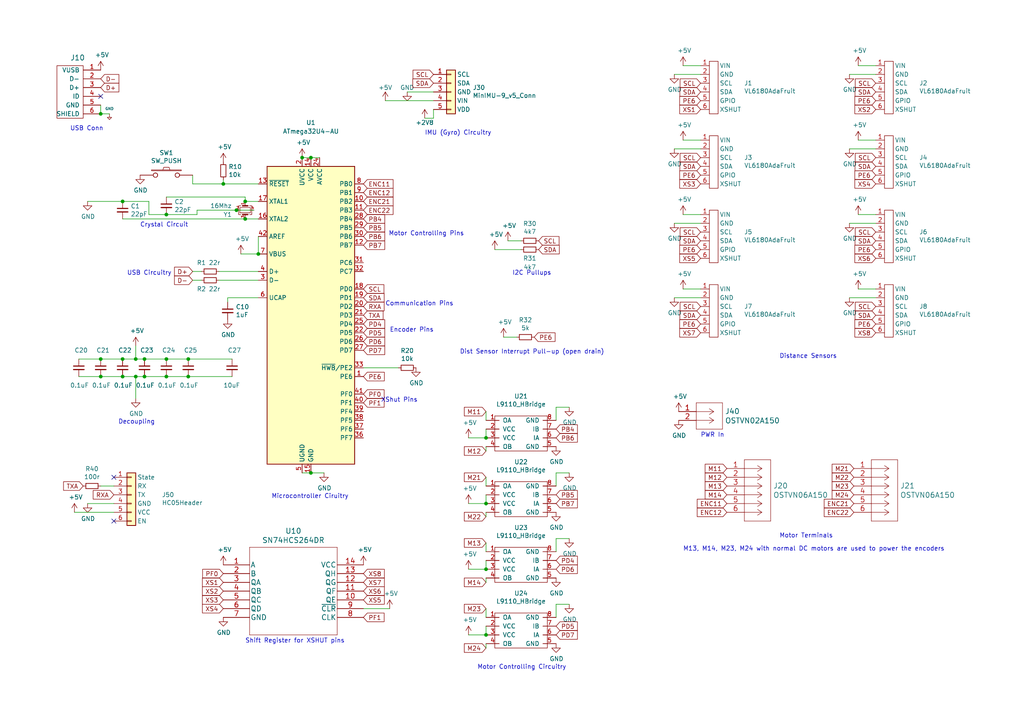
<source format=kicad_sch>
(kicad_sch (version 20211123) (generator eeschema)
  (paper "A4")
  (lib_symbols
    (symbol "Birty-rescue:ATmega32U4-AU-MCU_Microchip_ATmega"
      (property "Reference" "U" (at -12.7 44.45 0))
      (property "Value" "ATmega32U4-AU-MCU_Microchip_ATmega" (at 2.54 -44.45 0))
      (symbol "ATmega32U4-AU-MCU_Microchip_ATmega_1_1"
        (pin tri_state line (at 15.24 -17.78 180) (length 2.54) (name "PE6") (number "1"))
        (pin tri_state line (at 15.24 33.02 180) (length 2.54) (name "PB2") (number "10"))
        (pin tri_state line (at 15.24 30.48 180) (length 2.54) (name "PB3") (number "11"))
        (pin tri_state line (at 15.24 20.32 180) (length 2.54) (name "PB7") (number "12"))
        (pin input line (at -15.24 38.1 0) (length 2.54) (name "~{RESET}") (number "13"))
        (pin power_in line (at 0 45.72 270) (length 2.54) (name "VCC") (number "14"))
        (pin power_in line (at 0 -45.72 90) (length 2.54) (name "GND") (number "15"))
        (pin output line (at -15.24 27.94 0) (length 2.54) (name "XTAL2") (number "16"))
        (pin input line (at -15.24 33.02 0) (length 2.54) (name "XTAL1") (number "17"))
        (pin tri_state line (at 15.24 7.62 180) (length 2.54) (name "PD0") (number "18"))
        (pin tri_state line (at 15.24 5.08 180) (length 2.54) (name "PD1") (number "19"))
        (pin power_in line (at -2.54 45.72 270) (length 2.54) (name "UVCC") (number "2"))
        (pin tri_state line (at 15.24 2.54 180) (length 2.54) (name "PD2") (number "20"))
        (pin tri_state line (at 15.24 0 180) (length 2.54) (name "PD3") (number "21"))
        (pin tri_state line (at 15.24 -5.08 180) (length 2.54) (name "PD5") (number "22"))
        (pin passive line (at 0 -45.72 90) (length 2.54) hide (name "GND") (number "23"))
        (pin power_in line (at 2.54 45.72 270) (length 2.54) (name "AVCC") (number "24"))
        (pin tri_state line (at 15.24 -2.54 180) (length 2.54) (name "PD4") (number "25"))
        (pin tri_state line (at 15.24 -7.62 180) (length 2.54) (name "PD6") (number "26"))
        (pin tri_state line (at 15.24 -10.16 180) (length 2.54) (name "PD7") (number "27"))
        (pin tri_state line (at 15.24 27.94 180) (length 2.54) (name "PB4") (number "28"))
        (pin tri_state line (at 15.24 25.4 180) (length 2.54) (name "PB5") (number "29"))
        (pin bidirectional line (at -15.24 10.16 0) (length 2.54) (name "D-") (number "3"))
        (pin tri_state line (at 15.24 22.86 180) (length 2.54) (name "PB6") (number "30"))
        (pin tri_state line (at 15.24 15.24 180) (length 2.54) (name "PC6") (number "31"))
        (pin tri_state line (at 15.24 12.7 180) (length 2.54) (name "PC7") (number "32"))
        (pin tri_state line (at 15.24 -15.24 180) (length 2.54) (name "~{HWB}/PE2") (number "33"))
        (pin passive line (at 0 45.72 270) (length 2.54) hide (name "VCC") (number "34"))
        (pin passive line (at 0 -45.72 90) (length 2.54) hide (name "GND") (number "35"))
        (pin tri_state line (at 15.24 -35.56 180) (length 2.54) (name "PF7") (number "36"))
        (pin tri_state line (at 15.24 -33.02 180) (length 2.54) (name "PF6") (number "37"))
        (pin tri_state line (at 15.24 -30.48 180) (length 2.54) (name "PF5") (number "38"))
        (pin tri_state line (at 15.24 -27.94 180) (length 2.54) (name "PF4") (number "39"))
        (pin bidirectional line (at -15.24 12.7 0) (length 2.54) (name "D+") (number "4"))
        (pin tri_state line (at 15.24 -25.4 180) (length 2.54) (name "PF1") (number "40"))
        (pin tri_state line (at 15.24 -22.86 180) (length 2.54) (name "PF0") (number "41"))
        (pin passive line (at -15.24 22.86 0) (length 2.54) (name "AREF") (number "42"))
        (pin passive line (at 0 -45.72 90) (length 2.54) hide (name "GND") (number "43"))
        (pin passive line (at 2.54 45.72 270) (length 2.54) hide (name "AVCC") (number "44"))
        (pin passive line (at -2.54 -45.72 90) (length 2.54) (name "UGND") (number "5"))
        (pin passive line (at -15.24 5.08 0) (length 2.54) (name "UCAP") (number "6"))
        (pin input line (at -15.24 17.78 0) (length 2.54) (name "VBUS") (number "7"))
        (pin tri_state line (at 15.24 38.1 180) (length 2.54) (name "PB0") (number "8"))
        (pin tri_state line (at 15.24 35.56 180) (length 2.54) (name "PB1") (number "9"))
      )
    )
    (symbol "Birty-rescue:GND-keyboard_parts" (power) (pin_names (offset 0))
      (property "Value" "GND-keyboard_parts" (at 0 -2.54 0))
      (symbol "GND-keyboard_parts_0_0"
        (pin power_in line (at 0 0 90) (length 0) hide (name "GND") (number "1"))
      )
    )
    (symbol "Birty-rescue:SW_PUSH-keyboard_parts" (pin_numbers hide) (pin_names (offset 1.016) hide)
      (property "Reference" "SW" (at 3.81 2.794 0))
      (property "Value" "SW_PUSH-keyboard_parts" (at 0 -2.032 0))
      (symbol "SW_PUSH-keyboard_parts_0_1"
        (pin passive inverted (at -7.62 0 0) (length 5.08) (name "1") (number "1"))
        (pin passive inverted (at 7.62 0 180) (length 5.08) (name "2") (number "2"))
      )
    )
    (symbol "Birty-rescue:USB_mini_micro_B-keyboard_parts" (pin_names (offset 1.016))
      (property "Reference" "J" (at -10.16 -1.27 0))
      (symbol "USB_mini_micro_B-keyboard_parts_1_1"
        (pin power_out line (at 3.81 3.81 180) (length 5.08) (name "VUSB") (number "1"))
        (pin bidirectional line (at 3.81 1.27 180) (length 5.08) (name "D-") (number "2"))
        (pin bidirectional line (at 3.81 -1.27 180) (length 5.08) (name "D+") (number "3"))
        (pin input line (at 3.81 -3.81 180) (length 5.08) (name "ID") (number "4"))
        (pin power_out line (at 3.81 -6.35 180) (length 5.08) (name "GND") (number "5"))
        (pin input line (at 3.81 -8.89 180) (length 5.08) (name "SHIELD") (number "6"))
      )
    )
    (symbol "BirtyParts:HC05Header" (pin_names (offset 3.0226))
      (property "Reference" "J" (at 0 0 0))
      (property "Value" "HC05Header" (at 0 2.54 0))
      (symbol "HC05Header_1_1"
        (pin passive line (at -3.81 -2.54 0) (length 3.81) (name "State") (number "1"))
        (pin passive line (at -3.81 -5.08 0) (length 3.81) (name "RX") (number "2"))
        (pin passive line (at -3.81 -7.62 0) (length 3.81) (name "TX") (number "3"))
        (pin passive line (at -3.81 -10.16 0) (length 3.81) (name "GND") (number "4"))
        (pin passive line (at -3.81 -12.7 0) (length 3.81) (name "VCC") (number "5"))
        (pin passive line (at -3.81 -15.24 0) (length 3.81) (name "EN") (number "6"))
      )
    )
    (symbol "BirtyParts:L9110_HBridge" (pin_names (offset 0.9906))
      (property "Reference" "U" (at 0 1.27 0))
      (property "Value" "L9110_HBridge" (at 0 3.81 0))
      (symbol "L9110_HBridge_1_1"
        (pin passive line (at -10.16 -2.54 0) (length 3.81) (name "OA") (number "1"))
        (pin passive line (at -10.16 -5.08 0) (length 3.81) (name "VCC") (number "2"))
        (pin passive line (at -10.16 -7.62 0) (length 3.81) (name "VCC") (number "3"))
        (pin passive line (at -10.16 -10.16 0) (length 3.81) (name "OB") (number "4"))
        (pin passive line (at 10.16 -10.16 180) (length 3.81) (name "GND") (number "5"))
        (pin passive line (at 10.16 -7.62 180) (length 3.81) (name "IA") (number "6"))
        (pin passive line (at 10.16 -5.08 180) (length 3.81) (name "IB") (number "7"))
        (pin passive line (at 10.16 -2.54 180) (length 3.81) (name "GND") (number "8"))
      )
    )
    (symbol "BirtyParts:MinIMU-9_v5_Conn" (pin_names (offset 3.0226))
      (property "Reference" "J" (at 0 1.27 0))
      (property "Value" "MinIMU-9_v5_Conn" (at 0 3.81 0))
      (symbol "MinIMU-9_v5_Conn_1_1"
        (pin passive line (at -5.08 -1.27 0) (length 3.81) (name "SCL") (number "1"))
        (pin passive line (at -5.08 -3.81 0) (length 3.81) (name "SDA") (number "2"))
        (pin passive line (at -5.08 -6.35 0) (length 3.81) (name "GND") (number "3"))
        (pin passive line (at -5.08 -8.89 0) (length 3.81) (name "VIN") (number "4"))
        (pin passive line (at -5.08 -11.43 0) (length 3.81) (name "VDD") (number "5"))
      )
    )
    (symbol "BirtyParts:OSTVN02A150" (pin_names (offset 0.254) hide)
      (property "Reference" "J" (at 8.89 6.35 0))
      (property "Value" "OSTVN02A150" (at 8.89 3.81 0))
      (symbol "OSTVN02A150_1_1"
        (pin unspecified line (at 0 0 0) (length 5.08) (name "1") (number "1"))
        (pin unspecified line (at 0 -2.54 0) (length 5.08) (name "2") (number "2"))
      )
    )
    (symbol "BirtyParts:OSTVN06A150" (pin_names (offset 0.254) hide)
      (property "Reference" "J" (at 8.89 6.35 0))
      (property "Value" "OSTVN06A150" (at 8.89 3.81 0))
      (symbol "OSTVN06A150_1_1"
        (pin unspecified line (at 0 0 0) (length 5.08) (name "1") (number "1"))
        (pin unspecified line (at 0 -2.54 0) (length 5.08) (name "2") (number "2"))
        (pin unspecified line (at 0 -5.08 0) (length 5.08) (name "3") (number "3"))
        (pin unspecified line (at 0 -7.62 0) (length 5.08) (name "4") (number "4"))
        (pin unspecified line (at 0 -10.16 0) (length 5.08) (name "5") (number "5"))
        (pin unspecified line (at 0 -12.7 0) (length 5.08) (name "6") (number "6"))
      )
    )
    (symbol "BirtyParts:SN74HCS264DR" (pin_names (offset 0.254))
      (property "Reference" "U" (at 20.32 10.16 0))
      (property "Value" "SN74HCS264DR" (at 20.32 7.62 0))
      (symbol "SN74HCS264DR_1_1"
        (pin input line (at 0 0 0) (length 7.62) (name "A") (number "1"))
        (pin output line (at 40.64 -10.16 180) (length 7.62) (name "QE") (number "10"))
        (pin output line (at 40.64 -7.62 180) (length 7.62) (name "QF") (number "11"))
        (pin output line (at 40.64 -5.08 180) (length 7.62) (name "QG") (number "12"))
        (pin output line (at 40.64 -2.54 180) (length 7.62) (name "QH") (number "13"))
        (pin power_in line (at 40.64 0 180) (length 7.62) (name "VCC") (number "14"))
        (pin input line (at 0 -2.54 0) (length 7.62) (name "B") (number "2"))
        (pin output line (at 0 -5.08 0) (length 7.62) (name "QA") (number "3"))
        (pin output line (at 0 -7.62 0) (length 7.62) (name "QB") (number "4"))
        (pin output line (at 0 -10.16 0) (length 7.62) (name "QC") (number "5"))
        (pin output line (at 0 -12.7 0) (length 7.62) (name "QD") (number "6"))
        (pin power_in line (at 0 -15.24 0) (length 7.62) (name "GND") (number "7"))
        (pin input line (at 40.64 -15.24 180) (length 7.62) (name "CLK") (number "8"))
        (pin input line (at 40.64 -12.7 180) (length 7.62) (name "~{CLR}") (number "9"))
      )
    )
    (symbol "BirtyParts:VL6180AdaFruit" (pin_names (offset 2.9972))
      (property "Reference" "J" (at 0 1.27 0))
      (property "Value" "VL6180AdaFruit" (at 0 3.81 0))
      (symbol "VL6180AdaFruit_1_1"
        (pin power_in line (at -3.81 -2.54 0) (length 2.54) (name "VIN") (number "1"))
        (pin power_in line (at -3.81 -5.08 0) (length 2.54) (name "GND") (number "2"))
        (pin passive line (at -3.81 -7.62 0) (length 2.54) (name "SCL") (number "3"))
        (pin passive line (at -3.81 -10.16 0) (length 2.54) (name "SDA") (number "4"))
        (pin passive line (at -3.81 -12.7 0) (length 2.54) (name "GPIO") (number "5"))
        (pin passive line (at -3.81 -15.24 0) (length 2.54) (name "XSHUT") (number "6"))
      )
    )
    (symbol "Device:C_Small" (pin_numbers hide) (pin_names (offset 0.254) hide)
      (property "Reference" "C" (at 0.254 1.778 0))
      (property "Value" "C_Small" (at 0.254 -2.032 0))
      (symbol "C_Small_1_1"
        (pin passive line (at 0 2.54 270) (length 2.032) (name "~") (number "1"))
        (pin passive line (at 0 -2.54 90) (length 2.032) (name "~") (number "2"))
      )
    )
    (symbol "Device:Crystal_GND24_Small" (pin_names (offset 1.016) hide)
      (property "Reference" "Y" (at 1.27 4.445 0))
      (property "Value" "Crystal_GND24_Small" (at 1.27 2.54 0))
      (symbol "Crystal_GND24_Small_1_1"
        (pin passive line (at -2.54 0 0) (length 1.27) (name "1") (number "1"))
        (pin passive line (at 0 -2.54 90) (length 0.635) (name "2") (number "2"))
        (pin passive line (at 2.54 0 180) (length 1.27) (name "3") (number "3"))
        (pin passive line (at 0 2.54 270) (length 0.635) (name "4") (number "4"))
      )
    )
    (symbol "Device:R_Small" (pin_numbers hide) (pin_names (offset 0.254) hide)
      (property "Reference" "R" (at 0.762 0.508 0))
      (property "Value" "R_Small" (at 0.762 -1.016 0))
      (symbol "R_Small_1_1"
        (pin passive line (at 0 2.54 270) (length 0.762) (name "~") (number "1"))
        (pin passive line (at 0 -2.54 90) (length 0.762) (name "~") (number "2"))
      )
    )
    (symbol "power:+2V8" (power) (pin_names (offset 0))
      (property "Value" "+2V8" (at 0 3.556 0))
      (symbol "+2V8_1_1"
        (pin power_in line (at 0 0 90) (length 0) hide (name "+2V8") (number "1"))
      )
    )
    (symbol "power:+5V" (power) (pin_names (offset 0))
      (property "Value" "+5V" (at 0 3.556 0))
      (symbol "+5V_1_1"
        (pin power_in line (at 0 0 90) (length 0) hide (name "+5V") (number "1"))
      )
    )
    (symbol "power:GND" (power) (pin_names (offset 0))
      (property "Value" "GND" (at 0 -3.81 0))
      (symbol "GND_1_1"
        (pin power_in line (at 0 0 270) (length 0) hide (name "GND") (number "1"))
      )
    )
  )
  (junction (at 41.91 109.22))
  (junction (at 29.21 109.22))
  (junction (at 48.26 104.14))
  (junction (at 35.56 109.22))
  (junction (at 39.37 109.22))
  (junction (at 35.56 104.14))
  (junction (at 35.56 58.42))
  (junction (at 71.12 63.5))
  (junction (at 140.97 127))
  (junction (at 87.63 45.72))
  (junction (at 74.93 73.66))
  (junction (at 140.97 165.1))
  (junction (at 29.21 104.14))
  (junction (at 41.91 104.14))
  (junction (at 90.17 45.72))
  (junction (at 54.61 104.14))
  (junction (at 71.12 58.42))
  (junction (at 48.26 109.22))
  (junction (at 140.97 184.15))
  (junction (at 68.58 60.96))
  (junction (at 48.26 62.23))
  (junction (at 90.17 137.16))
  (junction (at 29.21 33.02))
  (junction (at 39.37 104.14))
  (junction (at 140.97 146.05))
  (junction (at 64.77 53.34))
  (junction (at 54.61 109.22))
  (no_connect (at 29.21 27.94))
  (no_connect (at 33.02 151.13))
  (no_connect (at 33.02 138.43))
  (wire (pts (xy 161.29 137.16) (xy 165.1 137.16)))
  (wire (pts (xy 198.12 83.82) (xy 203.2 83.82)))
  (wire (pts (xy 198.12 40.64) (xy 203.2 40.64)))
  (wire (pts (xy 29.21 104.14) (xy 35.56 104.14)))
  (wire (pts (xy 147.32 69.85) (xy 151.13 69.85)))
  (wire (pts (xy 69.85 73.66) (xy 74.93 73.66)))
  (wire (pts (xy 135.89 184.15) (xy 140.97 184.15)))
  (wire (pts (xy 246.38 43.18) (xy 254 43.18)))
  (wire (pts (xy 118.11 26.67) (xy 125.73 26.67)))
  (wire (pts (xy 63.5 81.28) (xy 74.93 81.28)))
  (wire (pts (xy 48.26 109.22) (xy 54.61 109.22)))
  (wire (pts (xy 74.93 58.42) (xy 71.12 58.42)))
  (wire (pts (xy 55.88 78.74) (xy 58.42 78.74)))
  (wire (pts (xy 63.5 78.74) (xy 74.93 78.74)))
  (wire (pts (xy 246.38 86.36) (xy 254 86.36)))
  (wire (pts (xy 66.04 86.36) (xy 66.04 87.63)))
  (wire (pts (xy 29.21 33.02) (xy 31.75 33.02)))
  (wire (pts (xy 161.29 175.26) (xy 165.1 175.26)))
  (wire (pts (xy 92.71 45.72) (xy 90.17 45.72)))
  (wire (pts (xy 54.61 104.14) (xy 67.31 104.14)))
  (wire (pts (xy 135.89 127) (xy 140.97 127)))
  (wire (pts (xy 43.18 62.23) (xy 48.26 62.23)))
  (wire (pts (xy 105.41 176.53) (xy 113.03 176.53)))
  (wire (pts (xy 140.97 140.97) (xy 140.97 138.43)))
  (wire (pts (xy 161.29 156.21) (xy 165.1 156.21)))
  (wire (pts (xy 248.92 83.82) (xy 254 83.82)))
  (wire (pts (xy 195.58 21.59) (xy 203.2 21.59)))
  (wire (pts (xy 140.97 148.59) (xy 140.97 149.86)))
  (wire (pts (xy 161.29 160.02) (xy 161.29 156.21)))
  (wire (pts (xy 140.97 167.64) (xy 140.97 168.91)))
  (wire (pts (xy 248.92 40.64) (xy 254 40.64)))
  (wire (pts (xy 140.97 157.48) (xy 140.97 160.02)))
  (wire (pts (xy 48.26 104.14) (xy 54.61 104.14)))
  (wire (pts (xy 22.86 104.14) (xy 29.21 104.14)))
  (wire (pts (xy 161.29 121.92) (xy 161.29 118.11)))
  (wire (pts (xy 39.37 104.14) (xy 39.37 100.33)))
  (wire (pts (xy 64.77 53.34) (xy 64.77 52.07)))
  (wire (pts (xy 71.12 58.42) (xy 71.12 57.15)))
  (wire (pts (xy 35.56 58.42) (xy 25.4 58.42)))
  (wire (pts (xy 57.15 62.23) (xy 48.26 62.23)))
  (wire (pts (xy 198.12 62.23) (xy 203.2 62.23)))
  (wire (pts (xy 29.21 109.22) (xy 35.56 109.22)))
  (wire (pts (xy 140.97 129.54) (xy 140.97 130.81)))
  (wire (pts (xy 248.92 62.23) (xy 254 62.23)))
  (wire (pts (xy 161.29 179.07) (xy 161.29 175.26)))
  (wire (pts (xy 35.56 63.5) (xy 71.12 63.5)))
  (wire (pts (xy 39.37 104.14) (xy 41.91 104.14)))
  (wire (pts (xy 198.12 19.05) (xy 203.2 19.05)))
  (wire (pts (xy 140.97 127) (xy 140.97 124.46)))
  (wire (pts (xy 140.97 146.05) (xy 140.97 143.51)))
  (wire (pts (xy 33.02 148.59) (xy 21.59 148.59)))
  (wire (pts (xy 41.91 109.22) (xy 48.26 109.22)))
  (wire (pts (xy 140.97 121.92) (xy 140.97 119.38)))
  (wire (pts (xy 135.89 165.1) (xy 140.97 165.1)))
  (wire (pts (xy 68.58 60.96) (xy 57.15 60.96)))
  (wire (pts (xy 22.86 109.22) (xy 29.21 109.22)))
  (wire (pts (xy 123.19 34.29) (xy 125.73 34.29)))
  (wire (pts (xy 140.97 186.69) (xy 140.97 187.96)))
  (wire (pts (xy 35.56 104.14) (xy 39.37 104.14)))
  (wire (pts (xy 29.21 30.48) (xy 29.21 33.02)))
  (wire (pts (xy 195.58 86.36) (xy 203.2 86.36)))
  (wire (pts (xy 73.66 60.96) (xy 68.58 60.96)))
  (wire (pts (xy 39.37 109.22) (xy 41.91 109.22)))
  (wire (pts (xy 35.56 58.42) (xy 43.18 58.42)))
  (wire (pts (xy 161.29 140.97) (xy 161.29 137.16)))
  (wire (pts (xy 35.56 109.22) (xy 39.37 109.22)))
  (wire (pts (xy 74.93 63.5) (xy 71.12 63.5)))
  (wire (pts (xy 125.73 29.21) (xy 111.76 29.21)))
  (wire (pts (xy 115.57 106.68) (xy 105.41 106.68)))
  (wire (pts (xy 195.58 43.18) (xy 203.2 43.18)))
  (wire (pts (xy 55.88 53.34) (xy 64.77 53.34)))
  (wire (pts (xy 54.61 109.22) (xy 67.31 109.22)))
  (wire (pts (xy 58.42 81.28) (xy 55.88 81.28)))
  (wire (pts (xy 55.88 50.8) (xy 55.88 53.34)))
  (wire (pts (xy 135.89 146.05) (xy 140.97 146.05)))
  (wire (pts (xy 248.92 19.05) (xy 254 19.05)))
  (wire (pts (xy 195.58 64.77) (xy 203.2 64.77)))
  (wire (pts (xy 39.37 109.22) (xy 39.37 115.57)))
  (wire (pts (xy 140.97 184.15) (xy 140.97 181.61)))
  (wire (pts (xy 43.18 58.42) (xy 43.18 62.23)))
  (wire (pts (xy 74.93 68.58) (xy 74.93 73.66)))
  (wire (pts (xy 90.17 137.16) (xy 87.63 137.16)))
  (wire (pts (xy 125.73 34.29) (xy 125.73 31.75)))
  (wire (pts (xy 71.12 57.15) (xy 48.26 57.15)))
  (wire (pts (xy 90.17 45.72) (xy 87.63 45.72)))
  (wire (pts (xy 57.15 60.96) (xy 57.15 62.23)))
  (wire (pts (xy 161.29 118.11) (xy 165.1 118.11)))
  (wire (pts (xy 90.17 137.16) (xy 93.98 137.16)))
  (wire (pts (xy 64.77 53.34) (xy 74.93 53.34)))
  (wire (pts (xy 149.86 97.79) (xy 146.05 97.79)))
  (wire (pts (xy 29.21 140.97) (xy 33.02 140.97)))
  (wire (pts (xy 74.93 86.36) (xy 66.04 86.36)))
  (wire (pts (xy 246.38 21.59) (xy 254 21.59)))
  (wire (pts (xy 140.97 179.07) (xy 140.97 176.53)))
  (wire (pts (xy 140.97 165.1) (xy 140.97 162.56)))
  (wire (pts (xy 151.13 72.39) (xy 143.51 72.39)))
  (wire (pts (xy 41.91 104.14) (xy 48.26 104.14)))
  (wire (pts (xy 246.38 64.77) (xy 254 64.77)))
  (wire (pts (xy 25.4 146.05) (xy 33.02 146.05)))
  (text "IMU (Gyro) Circuitry" (at 123.19 39.37 0) (effects (font (size 1.27 1.27)) (justify left bottom)))
  (text "Decoupling\n" (at 34.29 123.19 0) (effects (font (size 1.27 1.27)) (justify left bottom)))
  (text "Communication Pins" (at 111.76 88.9 0) (effects (font (size 1.27 1.27)) (justify left bottom)))
  (text "Encoder Pins" (at 113.03 96.52 0) (effects (font (size 1.27 1.27)) (justify left bottom)))
  (text "Distance Sensors" (at 226.06 104.14 0) (effects (font (size 1.27 1.27)) (justify left bottom)))
  (text "Motor Controlling Pins" (at 134.62 68.58 180) (effects (font (size 1.27 1.27)) (justify right bottom)))
  (text "XShut Pins" (at 110.49 116.84 0) (effects (font (size 1.27 1.27)) (justify left bottom)))
  (text "PWR In" (at 203.2 127 0) (effects (font (size 1.27 1.27)) (justify left bottom)))
  (text "Shift Register for XSHUT pins\n" (at 71.12 186.69 0) (effects (font (size 1.27 1.27)) (justify left bottom)))
  (text "I2C Pullups" (at 148.59 80.01 0) (effects (font (size 1.27 1.27)) (justify left bottom)))
  (text "Crystal Circuit\n" (at 54.61 66.04 180) (effects (font (size 1.27 1.27)) (justify right bottom)))
  (text "Dist Sensor Interrupt Pull-up (open drain)" (at 133.35 102.87 0) (effects (font (size 1.27 1.27)) (justify left bottom)))
  (text "Microcontroller Ciruitry\n" (at 78.74 144.78 0) (effects (font (size 1.27 1.27)) (justify left bottom)))
  (text "Motor Terminals\n" (at 226.06 156.21 0) (effects (font (size 1.27 1.27)) (justify left bottom)))
  (text "M13, M14, M23, M24 with normal DC motors are used to power the encoders" (at 198.12 160.02 0) (effects (font (size 1.27 1.27)) (justify left bottom)))
  (text "USB Circuitry" (at 36.83 80.01 0) (effects (font (size 1.27 1.27)) (justify left bottom)))
  (text "USB Conn" (at 20.32 38.1 0) (effects (font (size 1.27 1.27)) (justify left bottom)))
  (text "Motor Controlling Circuitry" (at 138.43 194.31 0) (effects (font (size 1.27 1.27)) (justify left bottom)))
  (global_label "TXA" (shape input) (at 105.41 91.44 0) (property "Intersheet References" "${INTERSHEET_REFS}" (effects hide)))
  (global_label "SCL" (shape input) (at 125.73 21.59 180) (property "Intersheet References" "${INTERSHEET_REFS}" (effects hide)))
  (global_label "PE6" (shape input) (at 254 50.8 180) (property "Intersheet References" "${INTERSHEET_REFS}" (effects hide)))
  (global_label "ENC22" (shape input) (at 247.65 148.59 180) (property "Intersheet References" "${INTERSHEET_REFS}" (effects hide)))
  (global_label "PD4" (shape input) (at 105.41 93.98 0) (property "Intersheet References" "${INTERSHEET_REFS}" (effects hide)))
  (global_label "PB7" (shape input) (at 161.29 146.05 0) (property "Intersheet References" "${INTERSHEET_REFS}" (effects hide)))
  (global_label "PD5" (shape input) (at 161.29 181.61 0) (property "Intersheet References" "${INTERSHEET_REFS}" (effects hide)))
  (global_label "SCL" (shape input) (at 203.2 24.13 180) (property "Intersheet References" "${INTERSHEET_REFS}" (effects hide)))
  (global_label "XS2" (shape input) (at 254 31.75 180) (property "Intersheet References" "${INTERSHEET_REFS}" (effects hide)))
  (global_label "ENC11" (shape input) (at 210.82 146.05 180) (property "Intersheet References" "${INTERSHEET_REFS}" (effects hide)))
  (global_label "D-" (shape input) (at 29.21 22.86 0) (property "Intersheet References" "${INTERSHEET_REFS}" (effects hide)))
  (global_label "XS7" (shape input) (at 105.41 168.91 0) (property "Intersheet References" "${INTERSHEET_REFS}" (effects hide)))
  (global_label "PD5" (shape input) (at 105.41 96.52 0) (property "Intersheet References" "${INTERSHEET_REFS}" (effects hide)))
  (global_label "XS8" (shape input) (at 105.41 166.37 0) (property "Intersheet References" "${INTERSHEET_REFS}" (effects hide)))
  (global_label "PB7" (shape input) (at 105.41 71.12 0) (property "Intersheet References" "${INTERSHEET_REFS}" (effects hide)))
  (global_label "M21" (shape input) (at 247.65 135.89 180) (property "Intersheet References" "${INTERSHEET_REFS}" (effects hide)))
  (global_label "SDA" (shape input) (at 254 48.26 180) (property "Intersheet References" "${INTERSHEET_REFS}" (effects hide)))
  (global_label "SCL" (shape input) (at 105.41 83.82 0) (property "Intersheet References" "${INTERSHEET_REFS}" (effects hide)))
  (global_label "SDA" (shape input) (at 105.41 86.36 0) (property "Intersheet References" "${INTERSHEET_REFS}" (effects hide)))
  (global_label "XS4" (shape input) (at 254 53.34 180) (property "Intersheet References" "${INTERSHEET_REFS}" (effects hide)))
  (global_label "M14" (shape input) (at 210.82 143.51 180) (property "Intersheet References" "${INTERSHEET_REFS}" (effects hide)))
  (global_label "SCL" (shape input) (at 203.2 88.9 180) (property "Intersheet References" "${INTERSHEET_REFS}" (effects hide)))
  (global_label "PB6" (shape input) (at 161.29 127 0) (property "Intersheet References" "${INTERSHEET_REFS}" (effects hide)))
  (global_label "SDA" (shape input) (at 125.73 24.13 180) (property "Intersheet References" "${INTERSHEET_REFS}" (effects hide)))
  (global_label "SDA" (shape input) (at 156.21 72.39 0) (property "Intersheet References" "${INTERSHEET_REFS}" (effects hide)))
  (global_label "M13" (shape input) (at 140.97 157.48 180) (property "Intersheet References" "${INTERSHEET_REFS}" (effects hide)))
  (global_label "PB6" (shape input) (at 105.41 68.58 0) (property "Intersheet References" "${INTERSHEET_REFS}" (effects hide)))
  (global_label "XS6" (shape input) (at 254 74.93 180) (property "Intersheet References" "${INTERSHEET_REFS}" (effects hide)))
  (global_label "XS7" (shape input) (at 203.2 96.52 180) (property "Intersheet References" "${INTERSHEET_REFS}" (effects hide)))
  (global_label "SDA" (shape input) (at 203.2 48.26 180) (property "Intersheet References" "${INTERSHEET_REFS}" (effects hide)))
  (global_label "PE6" (shape input) (at 203.2 93.98 180) (property "Intersheet References" "${INTERSHEET_REFS}" (effects hide)))
  (global_label "PD6" (shape input) (at 105.41 99.06 0) (property "Intersheet References" "${INTERSHEET_REFS}" (effects hide)))
  (global_label "D-" (shape input) (at 55.88 81.28 180) (property "Intersheet References" "${INTERSHEET_REFS}" (effects hide)))
  (global_label "SDA" (shape input) (at 203.2 91.44 180) (property "Intersheet References" "${INTERSHEET_REFS}" (effects hide)))
  (global_label "PF1" (shape input) (at 105.41 179.07 0) (property "Intersheet References" "${INTERSHEET_REFS}" (effects hide)))
  (global_label "M23" (shape input) (at 140.97 176.53 180) (property "Intersheet References" "${INTERSHEET_REFS}" (effects hide)))
  (global_label "M11" (shape input) (at 140.97 119.38 180) (property "Intersheet References" "${INTERSHEET_REFS}" (effects hide)))
  (global_label "ENC12" (shape input) (at 210.82 148.59 180) (property "Intersheet References" "${INTERSHEET_REFS}" (effects hide)))
  (global_label "ENC12" (shape input) (at 105.41 55.88 0) (property "Intersheet References" "${INTERSHEET_REFS}" (effects hide)))
  (global_label "PE6" (shape input) (at 203.2 29.21 180) (property "Intersheet References" "${INTERSHEET_REFS}" (effects hide)))
  (global_label "PF0" (shape input) (at 64.77 166.37 180) (property "Intersheet References" "${INTERSHEET_REFS}" (effects hide)))
  (global_label "M24" (shape input) (at 140.97 187.96 180) (property "Intersheet References" "${INTERSHEET_REFS}" (effects hide)))
  (global_label "ENC21" (shape input) (at 247.65 146.05 180) (property "Intersheet References" "${INTERSHEET_REFS}" (effects hide)))
  (global_label "PE6" (shape input) (at 254 93.98 180) (property "Intersheet References" "${INTERSHEET_REFS}" (effects hide)))
  (global_label "M11" (shape input) (at 210.82 135.89 180) (property "Intersheet References" "${INTERSHEET_REFS}" (effects hide)))
  (global_label "PB4" (shape input) (at 105.41 63.5 0) (property "Intersheet References" "${INTERSHEET_REFS}" (effects hide)))
  (global_label "ENC22" (shape input) (at 105.41 60.96 0) (property "Intersheet References" "${INTERSHEET_REFS}" (effects hide)))
  (global_label "XS2" (shape input) (at 64.77 171.45 180) (property "Intersheet References" "${INTERSHEET_REFS}" (effects hide)))
  (global_label "M22" (shape input) (at 140.97 149.86 180) (property "Intersheet References" "${INTERSHEET_REFS}" (effects hide)))
  (global_label "PF0" (shape input) (at 105.41 114.3 0) (property "Intersheet References" "${INTERSHEET_REFS}" (effects hide)))
  (global_label "XS3" (shape input) (at 64.77 173.99 180) (property "Intersheet References" "${INTERSHEET_REFS}" (effects hide)))
  (global_label "SCL" (shape input) (at 156.21 69.85 0) (property "Intersheet References" "${INTERSHEET_REFS}" (effects hide)))
  (global_label "PE6" (shape input) (at 105.41 109.22 0) (property "Intersheet References" "${INTERSHEET_REFS}" (effects hide)))
  (global_label "PD7" (shape input) (at 161.29 184.15 0) (property "Intersheet References" "${INTERSHEET_REFS}" (effects hide)))
  (global_label "PE6" (shape input) (at 203.2 72.39 180) (property "Intersheet References" "${INTERSHEET_REFS}" (effects hide)))
  (global_label "ENC11" (shape input) (at 105.41 53.34 0) (property "Intersheet References" "${INTERSHEET_REFS}" (effects hide)))
  (global_label "XS1" (shape input) (at 64.77 168.91 180) (property "Intersheet References" "${INTERSHEET_REFS}" (effects hide)))
  (global_label "PE6" (shape input) (at 154.94 97.79 0) (property "Intersheet References" "${INTERSHEET_REFS}" (effects hide)))
  (global_label "RXA" (shape input) (at 105.41 88.9 0) (property "Intersheet References" "${INTERSHEET_REFS}" (effects hide)))
  (global_label "M22" (shape input) (at 247.65 138.43 180) (property "Intersheet References" "${INTERSHEET_REFS}" (effects hide)))
  (global_label "M14" (shape input) (at 140.97 168.91 180) (property "Intersheet References" "${INTERSHEET_REFS}" (effects hide)))
  (global_label "M12" (shape input) (at 140.97 130.81 180) (property "Intersheet References" "${INTERSHEET_REFS}" (effects hide)))
  (global_label "PB4" (shape input) (at 161.29 124.46 0) (property "Intersheet References" "${INTERSHEET_REFS}" (effects hide)))
  (global_label "SCL" (shape input) (at 203.2 45.72 180) (property "Intersheet References" "${INTERSHEET_REFS}" (effects hide)))
  (global_label "SDA" (shape input) (at 254 26.67 180) (property "Intersheet References" "${INTERSHEET_REFS}" (effects hide)))
  (global_label "XS4" (shape input) (at 64.77 176.53 180) (property "Intersheet References" "${INTERSHEET_REFS}" (effects hide)))
  (global_label "SCL" (shape input) (at 254 88.9 180) (property "Intersheet References" "${INTERSHEET_REFS}" (effects hide)))
  (global_label "ENC21" (shape input) (at 105.41 58.42 0) (property "Intersheet References" "${INTERSHEET_REFS}" (effects hide)))
  (global_label "M24" (shape input) (at 247.65 143.51 180) (property "Intersheet References" "${INTERSHEET_REFS}" (effects hide)))
  (global_label "PE6" (shape input) (at 254 29.21 180) (property "Intersheet References" "${INTERSHEET_REFS}" (effects hide)))
  (global_label "M12" (shape input) (at 210.82 138.43 180) (property "Intersheet References" "${INTERSHEET_REFS}" (effects hide)))
  (global_label "SCL" (shape input) (at 203.2 67.31 180) (property "Intersheet References" "${INTERSHEET_REFS}" (effects hide)))
  (global_label "PD7" (shape input) (at 105.41 101.6 0) (property "Intersheet References" "${INTERSHEET_REFS}" (effects hide)))
  (global_label "XS5" (shape input) (at 105.41 173.99 0) (property "Intersheet References" "${INTERSHEET_REFS}" (effects hide)))
  (global_label "PD4" (shape input) (at 161.29 162.56 0) (property "Intersheet References" "${INTERSHEET_REFS}" (effects hide)))
  (global_label "RXA" (shape input) (at 33.02 143.51 180) (property "Intersheet References" "${INTERSHEET_REFS}" (effects hide)))
  (global_label "PE6" (shape input) (at 203.2 50.8 180) (property "Intersheet References" "${INTERSHEET_REFS}" (effects hide)))
  (global_label "PB5" (shape input) (at 105.41 66.04 0) (property "Intersheet References" "${INTERSHEET_REFS}" (effects hide)))
  (global_label "SCL" (shape input) (at 254 24.13 180) (property "Intersheet References" "${INTERSHEET_REFS}" (effects hide)))
  (global_label "M23" (shape input) (at 247.65 140.97 180) (property "Intersheet References" "${INTERSHEET_REFS}" (effects hide)))
  (global_label "XS1" (shape input) (at 203.2 31.75 180) (property "Intersheet References" "${INTERSHEET_REFS}" (effects hide)))
  (global_label "PF1" (shape input) (at 105.41 116.84 0) (property "Intersheet References" "${INTERSHEET_REFS}" (effects hide)))
  (global_label "PD6" (shape input) (at 161.29 165.1 0) (property "Intersheet References" "${INTERSHEET_REFS}" (effects hide)))
  (global_label "XS5" (shape input) (at 203.2 74.93 180) (property "Intersheet References" "${INTERSHEET_REFS}" (effects hide)))
  (global_label "TXA" (shape input) (at 24.13 140.97 180) (property "Intersheet References" "${INTERSHEET_REFS}" (effects hide)))
  (global_label "D+" (shape input) (at 55.88 78.74 180) (property "Intersheet References" "${INTERSHEET_REFS}" (effects hide)))
  (global_label "XS6" (shape input) (at 105.41 171.45 0) (property "Intersheet References" "${INTERSHEET_REFS}" (effects hide)))
  (global_label "M21" (shape input) (at 140.97 138.43 180) (property "Intersheet References" "${INTERSHEET_REFS}" (effects hide)))
  (global_label "M13" (shape input) (at 210.82 140.97 180) (property "Intersheet References" "${INTERSHEET_REFS}" (effects hide)))
  (global_label "SDA" (shape input) (at 254 69.85 180) (property "Intersheet References" "${INTERSHEET_REFS}" (effects hide)))
  (global_label "SCL" (shape input) (at 254 67.31 180) (property "Intersheet References" "${INTERSHEET_REFS}" (effects hide)))
  (global_label "SDA" (shape input) (at 203.2 69.85 180) (property "Intersheet References" "${INTERSHEET_REFS}" (effects hide)))
  (global_label "SCL" (shape input) (at 254 45.72 180) (property "Intersheet References" "${INTERSHEET_REFS}" (effects hide)))
  (global_label "D+" (shape input) (at 29.21 25.4 0) (property "Intersheet References" "${INTERSHEET_REFS}" (effects hide)))
  (global_label "XS8" (shape input) (at 254 96.52 180) (property "Intersheet References" "${INTERSHEET_REFS}" (effects hide)))
  (global_label "SDA" (shape input) (at 254 91.44 180) (property "Intersheet References" "${INTERSHEET_REFS}" (effects hide)))
  (global_label "XS3" (shape input) (at 203.2 53.34 180) (property "Intersheet References" "${INTERSHEET_REFS}" (effects hide)))
  (global_label "PE6" (shape input) (at 254 72.39 180) (property "Intersheet References" "${INTERSHEET_REFS}" (effects hide)))
  (global_label "SDA" (shape input) (at 203.2 26.67 180) (property "Intersheet References" "${INTERSHEET_REFS}" (effects hide)))
  (global_label "PB5" (shape input) (at 161.29 143.51 0) (property "Intersheet References" "${INTERSHEET_REFS}" (effects hide)))
  (symbol (lib_id "Birty-rescue:ATmega32U4-AU-MCU_Microchip_ATmega") (at 90.17 91.44 0) (unit 1)
    (property "Reference" "U1" (at 90.17 35.56 0))
    (property "Value" "ATmega32U4-AU" (at 90.17 38.1 0))
    (property "Footprint" "Package_QFP:TQFP-44_10x10mm_P0.8mm" (effects hide))
    (property "Datasheet" "http://ww1.microchip.com/downloads/en/DeviceDoc/Atmel-7766-8-bit-AVR-ATmega16U4-32U4_Datasheet.pdf" (effects hide))
  )
  (symbol (lib_id "power:+5V") (at 87.63 45.72 0) (unit 1)
    (property "Reference" "#PWR0101" (effects hide))
    (property "Value" "+5V" (at 88.011 41.3258 0))
  )
  (symbol (lib_id "Device:Crystal_GND24_Small") (at 71.12 60.96 270) (unit 1)
    (property "Reference" "Y1" (at 64.77 62.23 90) (effects (justify left)))
    (property "Value" "16Mhz" (at 60.96 59.69 90) (effects (justify left)))
    (property "Footprint" "Crystal:Crystal_SMD_3225-4Pin_3.2x2.5mm_HandSoldering" (effects hide))
  )
  (symbol (lib_id "Device:C_Small") (at 48.26 59.69 0) (unit 1)
    (property "Reference" "C2" (at 50.5968 58.5216 0) (effects (justify left)))
    (property "Value" "22pF" (at 50.5968 60.833 0) (effects (justify left)))
    (property "Footprint" "Capacitor_SMD:C_0805_2012Metric" (effects hide))
  )
  (symbol (lib_id "Device:C_Small") (at 35.56 60.96 0) (unit 1)
    (property "Reference" "C1" (at 37.8968 59.7916 0) (effects (justify left)))
    (property "Value" "22pF" (at 37.8968 62.103 0) (effects (justify left)))
    (property "Footprint" "Capacitor_SMD:C_0805_2012Metric" (effects hide))
  )
  (symbol (lib_id "power:GND") (at 25.4 58.42 0) (unit 1)
    (property "Reference" "#PWR0102" (effects hide))
    (property "Value" "GND" (at 25.527 62.8142 0))
  )
  (symbol (lib_id "power:GND") (at 93.98 137.16 0) (unit 1)
    (property "Reference" "#PWR0103" (effects hide))
    (property "Value" "GND" (at 94.107 141.5542 0))
  )
  (symbol (lib_id "Device:R_Small") (at 152.4 97.79 90) (unit 1)
    (property "Reference" "R32" (at 152.4 92.8116 90))
    (property "Value" "5k" (at 152.4 95.123 90))
    (property "Footprint" "Resistor_SMD:R_0805_2012Metric" (effects hide))
  )
  (symbol (lib_id "Device:R_Small") (at 60.96 78.74 270) (unit 1)
    (property "Reference" "R1" (at 58.42 76.2 90))
    (property "Value" "22r" (at 62.23 76.2 90))
    (property "Footprint" "Resistor_SMD:R_0805_2012Metric" (effects hide))
  )
  (symbol (lib_id "Device:R_Small") (at 60.96 81.28 270) (unit 1)
    (property "Reference" "R2" (at 58.42 83.82 90))
    (property "Value" "22r" (at 62.23 83.82 90))
    (property "Footprint" "Resistor_SMD:R_0805_2012Metric" (effects hide))
  )
  (symbol (lib_id "Device:C_Small") (at 66.04 90.17 0) (unit 1)
    (property "Reference" "C10" (at 68.3768 89.0016 0) (effects (justify left)))
    (property "Value" "1uF" (at 68.3768 91.313 0) (effects (justify left)))
    (property "Footprint" "Capacitor_SMD:C_0805_2012Metric" (effects hide))
  )
  (symbol (lib_id "power:+5V") (at 146.05 97.79 0) (unit 1)
    (property "Reference" "#PWR0129" (effects hide))
    (property "Value" "+5V" (at 146.431 93.3958 0))
  )
  (symbol (lib_id "power:GND") (at 66.04 92.71 0) (unit 1)
    (property "Reference" "#PWR0104" (effects hide))
    (property "Value" "GND" (at 66.167 97.1042 0))
  )
  (symbol (lib_id "BirtyParts:SN74HCS264DR") (at 64.77 163.83 0) (unit 1)
    (property "Reference" "U10" (at 85.09 154.0002 0) (effects (font (size 1.524 1.524))))
    (property "Value" "SN74HCS264DR" (at 85.09 156.6926 0) (effects (font (size 1.524 1.524))))
    (property "Footprint" "BirtyParts:SN74HCS264DR" (effects hide))
  )
  (symbol (lib_id "power:+5V") (at 69.85 73.66 0) (unit 1)
    (property "Reference" "#PWR0105" (effects hide))
    (property "Value" "+5V" (at 70.231 69.2658 0))
  )
  (symbol (lib_id "Device:R_Small") (at 64.77 49.53 0) (unit 1)
    (property "Reference" "R10" (at 66.2686 48.3616 0) (effects (justify left)))
    (property "Value" "10k" (at 66.2686 50.673 0) (effects (justify left)))
    (property "Footprint" "Resistor_SMD:R_0805_2012Metric" (effects hide))
  )
  (symbol (lib_id "Birty-rescue:SW_PUSH-keyboard_parts") (at 48.26 50.8 0) (unit 1)
    (property "Reference" "SW1" (at 48.26 44.323 0))
    (property "Value" "SW_PUSH" (at 48.26 46.6344 0))
    (property "Footprint" "PushButton:SW_KMR421GULCLFS" (effects hide))
  )
  (symbol (lib_id "power:+5V") (at 64.77 46.99 0) (unit 1)
    (property "Reference" "#PWR0106" (effects hide))
    (property "Value" "+5V" (at 65.151 42.5958 0))
  )
  (symbol (lib_id "power:GND") (at 40.64 50.8 0) (unit 1)
    (property "Reference" "#PWR0107" (effects hide))
    (property "Value" "GND" (at 40.767 55.1942 0))
  )
  (symbol (lib_id "power:GND") (at 120.65 106.68 0) (unit 1)
    (property "Reference" "#PWR0108" (effects hide))
    (property "Value" "GND" (at 120.777 111.0742 0))
  )
  (symbol (lib_id "Device:R_Small") (at 118.11 106.68 270) (unit 1)
    (property "Reference" "R20" (at 118.11 101.7016 90))
    (property "Value" "10k" (at 118.11 104.013 90))
    (property "Footprint" "Resistor_SMD:R_0805_2012Metric" (effects hide))
  )
  (symbol (lib_id "Device:C_Small") (at 22.86 106.68 0) (unit 1)
    (property "Reference" "C20" (at 21.59 101.6 0) (effects (justify left)))
    (property "Value" "0.1uF" (at 20.32 111.76 0) (effects (justify left)))
    (property "Footprint" "Capacitor_SMD:C_0805_2012Metric" (effects hide))
  )
  (symbol (lib_id "Device:C_Small") (at 29.21 106.68 0) (unit 1)
    (property "Reference" "C21" (at 27.94 101.6 0) (effects (justify left)))
    (property "Value" "0.1uF" (at 26.67 111.76 0) (effects (justify left)))
    (property "Footprint" "Capacitor_SMD:C_0805_2012Metric" (effects hide))
  )
  (symbol (lib_id "Device:C_Small") (at 35.56 106.68 0) (unit 1)
    (property "Reference" "C22" (at 34.29 101.6 0) (effects (justify left)))
    (property "Value" "0.1uF" (at 33.02 111.76 0) (effects (justify left)))
    (property "Footprint" "Capacitor_SMD:C_0805_2012Metric" (effects hide))
  )
  (symbol (lib_id "Device:C_Small") (at 41.91 106.68 0) (unit 1)
    (property "Reference" "C23" (at 40.64 101.6 0) (effects (justify left)))
    (property "Value" "0.1uF" (at 39.37 111.76 0) (effects (justify left)))
    (property "Footprint" "Capacitor_SMD:C_0805_2012Metric" (effects hide))
  )
  (symbol (lib_id "BirtyParts:VL6180AdaFruit") (at 207.01 16.51 0) (unit 1)
    (property "Reference" "J1" (at 215.8238 24.1046 0) (effects (justify left)))
    (property "Value" "VL6180AdaFruit" (at 215.8238 26.416 0) (effects (justify left)))
    (property "Footprint" "BirtyParts:VL6810AdaFruit" (effects hide))
  )
  (symbol (lib_id "Device:C_Small") (at 54.61 106.68 0) (unit 1)
    (property "Reference" "C25" (at 53.34 101.6 0) (effects (justify left)))
    (property "Value" "0.1uF" (at 52.07 111.76 0) (effects (justify left)))
    (property "Footprint" "Capacitor_SMD:C_0805_2012Metric" (effects hide))
  )
  (symbol (lib_id "Device:C_Small") (at 48.26 106.68 0) (unit 1)
    (property "Reference" "C24" (at 46.99 101.6 0) (effects (justify left)))
    (property "Value" "0.1uF" (at 45.72 111.76 0) (effects (justify left)))
    (property "Footprint" "Capacitor_SMD:C_0805_2012Metric" (effects hide))
  )
  (symbol (lib_id "power:GND") (at 39.37 115.57 0) (unit 1)
    (property "Reference" "#PWR0109" (effects hide))
    (property "Value" "GND" (at 39.497 119.9642 0))
  )
  (symbol (lib_id "power:+5V") (at 39.37 100.33 0) (unit 1)
    (property "Reference" "#PWR0110" (effects hide))
    (property "Value" "+5V" (at 39.751 95.9358 0))
  )
  (symbol (lib_id "power:+5V") (at 248.92 19.05 0) (unit 1)
    (property "Reference" "#PWR0130" (effects hide))
    (property "Value" "+5V" (at 249.301 14.6558 0))
  )
  (symbol (lib_id "power:GND") (at 246.38 21.59 0) (unit 1)
    (property "Reference" "#PWR0131" (effects hide))
    (property "Value" "GND" (at 246.507 25.9842 0))
  )
  (symbol (lib_id "BirtyParts:VL6180AdaFruit") (at 257.81 16.51 0) (unit 1)
    (property "Reference" "J2" (at 266.6238 24.1046 0) (effects (justify left)))
    (property "Value" "VL6180AdaFruit" (at 266.6238 26.416 0) (effects (justify left)))
    (property "Footprint" "BirtyParts:VL6810AdaFruit" (effects hide))
  )
  (symbol (lib_id "power:+5V") (at 198.12 40.64 0) (unit 1)
    (property "Reference" "#PWR0132" (effects hide))
    (property "Value" "+5V" (at 198.501 36.2458 0))
  )
  (symbol (lib_id "power:GND") (at 195.58 43.18 0) (unit 1)
    (property "Reference" "#PWR0133" (effects hide))
    (property "Value" "GND" (at 195.707 47.5742 0))
  )
  (symbol (lib_id "BirtyParts:VL6180AdaFruit") (at 207.01 38.1 0) (unit 1)
    (property "Reference" "J3" (at 215.8238 45.6946 0) (effects (justify left)))
    (property "Value" "VL6180AdaFruit" (at 215.8238 48.006 0) (effects (justify left)))
    (property "Footprint" "BirtyParts:VL6810AdaFruit" (effects hide))
  )
  (symbol (lib_id "power:+5V") (at 248.92 40.64 0) (unit 1)
    (property "Reference" "#PWR0134" (effects hide))
    (property "Value" "+5V" (at 249.301 36.2458 0))
  )
  (symbol (lib_id "power:GND") (at 246.38 43.18 0) (unit 1)
    (property "Reference" "#PWR0135" (effects hide))
    (property "Value" "GND" (at 246.507 47.5742 0))
  )
  (symbol (lib_id "BirtyParts:VL6180AdaFruit") (at 257.81 38.1 0) (unit 1)
    (property "Reference" "J4" (at 266.6238 45.6946 0) (effects (justify left)))
    (property "Value" "VL6180AdaFruit" (at 266.6238 48.006 0) (effects (justify left)))
    (property "Footprint" "BirtyParts:VL6810AdaFruit" (effects hide))
  )
  (symbol (lib_id "BirtyParts:MinIMU-9_v5_Conn") (at 130.81 20.32 0) (unit 1)
    (property "Reference" "J30" (at 137.1092 25.4 0) (effects (justify left)))
    (property "Value" "MinIMU-9_v5_Conn" (at 137.1092 27.7114 0) (effects (justify left)))
    (property "Footprint" "BirtyParts:MiniIMU-9-v5" (effects hide))
  )
  (symbol (lib_id "BirtyParts:HC05Header") (at 36.83 135.89 0) (unit 1)
    (property "Reference" "J50" (at 46.9392 143.51 0) (effects (justify left)))
    (property "Value" "HC05Header" (at 46.9392 145.8214 0) (effects (justify left)))
    (property "Footprint" "BirtyParts:HC05Header" (effects hide))
  )
  (symbol (lib_id "power:GND") (at 118.11 26.67 0) (unit 1)
    (property "Reference" "#PWR0111" (effects hide))
    (property "Value" "GND" (at 118.11 25.4 0))
  )
  (symbol (lib_id "Device:R_Small") (at 26.67 140.97 270) (unit 1)
    (property "Reference" "R40" (at 26.67 135.9916 90))
    (property "Value" "100r" (at 26.67 138.303 90))
    (property "Footprint" "Resistor_SMD:R_0805_2012Metric" (effects hide))
  )
  (symbol (lib_id "power:+2V8") (at 123.19 34.29 0) (unit 1)
    (property "Reference" "#PWR0112" (effects hide))
    (property "Value" "+2V8" (at 123.19 35.56 0))
  )
  (symbol (lib_id "power:+5V") (at 198.12 62.23 0) (unit 1)
    (property "Reference" "#PWR0136" (effects hide))
    (property "Value" "+5V" (at 198.501 57.8358 0))
  )
  (symbol (lib_id "power:GND") (at 195.58 64.77 0) (unit 1)
    (property "Reference" "#PWR0137" (effects hide))
    (property "Value" "GND" (at 195.707 69.1642 0))
  )
  (symbol (lib_id "BirtyParts:VL6180AdaFruit") (at 207.01 59.69 0) (unit 1)
    (property "Reference" "J5" (at 215.8238 67.2846 0) (effects (justify left)))
    (property "Value" "VL6180AdaFruit" (at 215.8238 69.596 0) (effects (justify left)))
    (property "Footprint" "BirtyParts:VL6810AdaFruit" (effects hide))
  )
  (symbol (lib_id "power:+5V") (at 248.92 62.23 0) (unit 1)
    (property "Reference" "#PWR0138" (effects hide))
    (property "Value" "+5V" (at 249.301 57.8358 0))
  )
  (symbol (lib_id "power:GND") (at 246.38 64.77 0) (unit 1)
    (property "Reference" "#PWR0139" (effects hide))
    (property "Value" "GND" (at 246.507 69.1642 0))
  )
  (symbol (lib_id "BirtyParts:VL6180AdaFruit") (at 257.81 59.69 0) (unit 1)
    (property "Reference" "J6" (at 266.6238 67.2846 0) (effects (justify left)))
    (property "Value" "VL6180AdaFruit" (at 266.6238 69.596 0) (effects (justify left)))
    (property "Footprint" "BirtyParts:VL6810AdaFruit" (effects hide))
  )
  (symbol (lib_id "power:+5V") (at 198.12 83.82 0) (unit 1)
    (property "Reference" "#PWR0140" (effects hide))
    (property "Value" "+5V" (at 198.501 79.4258 0))
  )
  (symbol (lib_id "power:GND") (at 195.58 86.36 0) (unit 1)
    (property "Reference" "#PWR0141" (effects hide))
    (property "Value" "GND" (at 195.707 90.7542 0))
  )
  (symbol (lib_id "BirtyParts:VL6180AdaFruit") (at 207.01 81.28 0) (unit 1)
    (property "Reference" "J7" (at 215.8238 88.8746 0) (effects (justify left)))
    (property "Value" "VL6180AdaFruit" (at 215.8238 91.186 0) (effects (justify left)))
    (property "Footprint" "BirtyParts:VL6810AdaFruit" (effects hide))
  )
  (symbol (lib_id "power:+5V") (at 248.92 83.82 0) (unit 1)
    (property "Reference" "#PWR0142" (effects hide))
    (property "Value" "+5V" (at 249.301 79.4258 0))
  )
  (symbol (lib_id "power:GND") (at 246.38 86.36 0) (unit 1)
    (property "Reference" "#PWR0143" (effects hide))
    (property "Value" "GND" (at 246.507 90.7542 0))
  )
  (symbol (lib_id "BirtyParts:VL6180AdaFruit") (at 257.81 81.28 0) (unit 1)
    (property "Reference" "J8" (at 266.6238 88.8746 0) (effects (justify left)))
    (property "Value" "VL6180AdaFruit" (at 266.6238 91.186 0) (effects (justify left)))
    (property "Footprint" "BirtyParts:VL6810AdaFruit" (effects hide))
  )
  (symbol (lib_id "power:+5V") (at 21.59 148.59 0) (unit 1)
    (property "Reference" "#PWR0153" (effects hide))
    (property "Value" "+5V" (at 21.971 144.1958 0))
  )
  (symbol (lib_id "power:GND") (at 25.4 146.05 0) (unit 1)
    (property "Reference" "#PWR0154" (effects hide))
    (property "Value" "GND" (at 25.527 150.4442 0))
  )
  (symbol (lib_id "power:+5V") (at 105.41 163.83 0) (unit 1)
    (property "Reference" "#PWR0144" (effects hide))
    (property "Value" "+5V" (at 105.791 159.4358 0))
  )
  (symbol (lib_id "power:GND") (at 64.77 179.07 0) (unit 1)
    (property "Reference" "#PWR0145" (effects hide))
    (property "Value" "GND" (at 64.897 183.4642 0))
  )
  (symbol (lib_id "power:+5V") (at 64.77 163.83 0) (unit 1)
    (property "Reference" "#PWR0146" (effects hide))
    (property "Value" "+5V" (at 65.151 159.4358 0))
  )
  (symbol (lib_id "power:+5V") (at 113.03 176.53 0) (unit 1)
    (property "Reference" "#PWR0147" (effects hide))
    (property "Value" "+5V" (at 113.411 172.1358 0))
  )
  (symbol (lib_id "power:+5V") (at 198.12 19.05 0) (unit 1)
    (property "Reference" "#PWR0113" (effects hide))
    (property "Value" "+5V" (at 198.501 14.6558 0))
  )
  (symbol (lib_id "power:GND") (at 195.58 21.59 0) (unit 1)
    (property "Reference" "#PWR0114" (effects hide))
    (property "Value" "GND" (at 195.707 25.9842 0))
  )
  (symbol (lib_id "Birty-rescue:USB_mini_micro_B-keyboard_parts") (at 25.4 24.13 0) (unit 1)
    (property "Reference" "J10" (at 22.5298 16.7386 0) (effects (font (size 1.524 1.524))))
    (property "Value" "USB_mini_micro_B" (effects hide))
    (property "Footprint" "Connector_USB:USB_Micro-B_GCT_USB3076-30-A" (effects hide))
  )
  (symbol (lib_id "power:+5V") (at 29.21 20.32 0) (unit 1)
    (property "Reference" "#PWR0148" (effects hide))
    (property "Value" "+5V" (at 29.591 15.9258 0))
  )
  (symbol (lib_id "Birty-rescue:GND-keyboard_parts") (at 31.75 33.02 0) (unit 1)
    (property "Reference" "#PWR0149" (effects hide))
    (property "Value" "GND" (at 31.75 31.5214 0) (effects (font (size 0.762 0.762))))
  )
  (symbol (lib_id "BirtyParts:OSTVN06A150") (at 210.82 135.89 0) (unit 1)
    (property "Reference" "J20" (at 224.2312 140.8938 0) (effects (font (size 1.524 1.524)) (justify left)))
    (property "Value" "OSTVN06A150" (at 224.2312 143.5862 0) (effects (font (size 1.524 1.524)) (justify left)))
    (property "Footprint" "BirtyParts:OSTVN06A150" (effects hide))
  )
  (symbol (lib_id "BirtyParts:OSTVN06A150") (at 247.65 135.89 0) (unit 1)
    (property "Reference" "J21" (at 261.0612 140.8938 0) (effects (font (size 1.524 1.524)) (justify left)))
    (property "Value" "OSTVN06A150" (at 261.0612 143.5862 0) (effects (font (size 1.524 1.524)) (justify left)))
    (property "Footprint" "BirtyParts:OSTVN06A150" (effects hide))
  )
  (symbol (lib_id "power:+5V") (at 111.76 29.21 0) (unit 1)
    (property "Reference" "#PWR0150" (effects hide))
    (property "Value" "+5V" (at 111.76 25.4 0))
  )
  (symbol (lib_id "BirtyParts:L9110_HBridge") (at 151.13 119.38 0) (unit 1)
    (property "Reference" "U21" (at 151.13 114.935 0))
    (property "Value" "L9110_HBridge" (at 151.13 117.2464 0))
    (property "Footprint" "BirtyParts:Adafruit_L9110_HBridge" (effects hide))
  )
  (symbol (lib_id "power:+5V") (at 135.89 127 0) (unit 1)
    (property "Reference" "#PWR0115" (effects hide))
    (property "Value" "+5V" (at 136.271 122.6058 0))
  )
  (symbol (lib_id "power:GND") (at 161.29 129.54 0) (unit 1)
    (property "Reference" "#PWR0116" (effects hide))
    (property "Value" "GND" (at 161.417 133.9342 0))
  )
  (symbol (lib_id "power:GND") (at 165.1 118.11 0) (unit 1)
    (property "Reference" "#PWR0117" (effects hide))
    (property "Value" "GND" (at 165.227 122.5042 0))
  )
  (symbol (lib_id "BirtyParts:L9110_HBridge") (at 151.13 138.43 0) (unit 1)
    (property "Reference" "U22" (at 151.13 133.985 0))
    (property "Value" "L9110_HBridge" (at 151.13 136.2964 0))
    (property "Footprint" "BirtyParts:Adafruit_L9110_HBridge" (effects hide))
  )
  (symbol (lib_id "power:+5V") (at 135.89 146.05 0) (unit 1)
    (property "Reference" "#PWR0118" (effects hide))
    (property "Value" "+5V" (at 136.271 141.6558 0))
  )
  (symbol (lib_id "power:GND") (at 161.29 148.59 0) (unit 1)
    (property "Reference" "#PWR0119" (effects hide))
    (property "Value" "GND" (at 161.417 152.9842 0))
  )
  (symbol (lib_id "power:GND") (at 165.1 137.16 0) (unit 1)
    (property "Reference" "#PWR0120" (effects hide))
    (property "Value" "GND" (at 165.227 141.5542 0))
  )
  (symbol (lib_id "BirtyParts:L9110_HBridge") (at 151.13 157.48 0) (unit 1)
    (property "Reference" "U23" (at 151.13 153.035 0))
    (property "Value" "L9110_HBridge" (at 151.13 155.3464 0))
    (property "Footprint" "BirtyParts:Adafruit_L9110_HBridge" (effects hide))
  )
  (symbol (lib_id "power:+5V") (at 135.89 165.1 0) (unit 1)
    (property "Reference" "#PWR0121" (effects hide))
    (property "Value" "+5V" (at 136.271 160.7058 0))
  )
  (symbol (lib_id "power:GND") (at 161.29 167.64 0) (unit 1)
    (property "Reference" "#PWR0122" (effects hide))
    (property "Value" "GND" (at 161.417 172.0342 0))
  )
  (symbol (lib_id "power:GND") (at 165.1 156.21 0) (unit 1)
    (property "Reference" "#PWR0123" (effects hide))
    (property "Value" "GND" (at 165.227 160.6042 0))
  )
  (symbol (lib_id "BirtyParts:L9110_HBridge") (at 151.13 176.53 0) (unit 1)
    (property "Reference" "U24" (at 151.13 172.085 0))
    (property "Value" "L9110_HBridge" (at 151.13 174.3964 0))
    (property "Footprint" "BirtyParts:Adafruit_L9110_HBridge" (effects hide))
  )
  (symbol (lib_id "power:+5V") (at 135.89 184.15 0) (unit 1)
    (property "Reference" "#PWR0124" (effects hide))
    (property "Value" "+5V" (at 136.271 179.7558 0))
  )
  (symbol (lib_id "power:GND") (at 161.29 186.69 0) (unit 1)
    (property "Reference" "#PWR0125" (effects hide))
    (property "Value" "GND" (at 161.417 191.0842 0))
  )
  (symbol (lib_id "power:GND") (at 165.1 175.26 0) (unit 1)
    (property "Reference" "#PWR0126" (effects hide))
    (property "Value" "GND" (at 165.227 179.6542 0))
  )
  (symbol (lib_id "Device:C_Small") (at 67.31 106.68 0) (unit 1)
    (property "Reference" "C27" (at 66.04 101.6 0) (effects (justify left)))
    (property "Value" "10uF" (at 64.77 111.76 0) (effects (justify left)))
    (property "Footprint" "Capacitor_SMD:C_0805_2012Metric" (effects hide))
  )
  (symbol (lib_id "power:+5V") (at 147.32 69.85 0) (unit 1)
    (property "Reference" "#PWR0127" (effects hide))
    (property "Value" "+5V" (at 147.701 65.4558 0))
  )
  (symbol (lib_id "power:+5V") (at 143.51 72.39 0) (unit 1)
    (property "Reference" "#PWR0128" (effects hide))
    (property "Value" "+5V" (at 143.891 67.9958 0))
  )
  (symbol (lib_id "Device:R_Small") (at 153.67 69.85 270) (unit 1)
    (property "Reference" "R30" (at 153.67 64.8716 90))
    (property "Value" "4k7" (at 153.67 67.183 90))
    (property "Footprint" "Resistor_SMD:R_0805_2012Metric" (effects hide))
  )
  (symbol (lib_id "Device:R_Small") (at 153.67 72.39 90) (unit 1)
    (property "Reference" "R31" (at 153.67 74.93 90))
    (property "Value" "4k7" (at 153.67 77.47 90))
    (property "Footprint" "Resistor_SMD:R_0805_2012Metric" (effects hide))
  )
  (symbol (lib_id "BirtyParts:OSTVN02A150") (at 196.85 119.38 0) (unit 1)
    (property "Reference" "J40" (at 210.2612 119.3038 0) (effects (font (size 1.524 1.524)) (justify left)))
    (property "Value" "OSTVN02A150" (at 210.2612 121.9962 0) (effects (font (size 1.524 1.524)) (justify left)))
    (property "Footprint" "BirtyParts:OSTVN02A150" (effects hide))
  )
  (symbol (lib_id "power:+5V") (at 196.85 119.38 0) (unit 1)
    (property "Reference" "#PWR0151" (effects hide))
    (property "Value" "+5V" (at 197.231 114.9858 0))
  )
  (symbol (lib_id "power:GND") (at 196.85 121.92 0) (unit 1)
    (property "Reference" "#PWR0152" (effects hide))
    (property "Value" "GND" (at 196.977 126.3142 0))
  )
)
</source>
